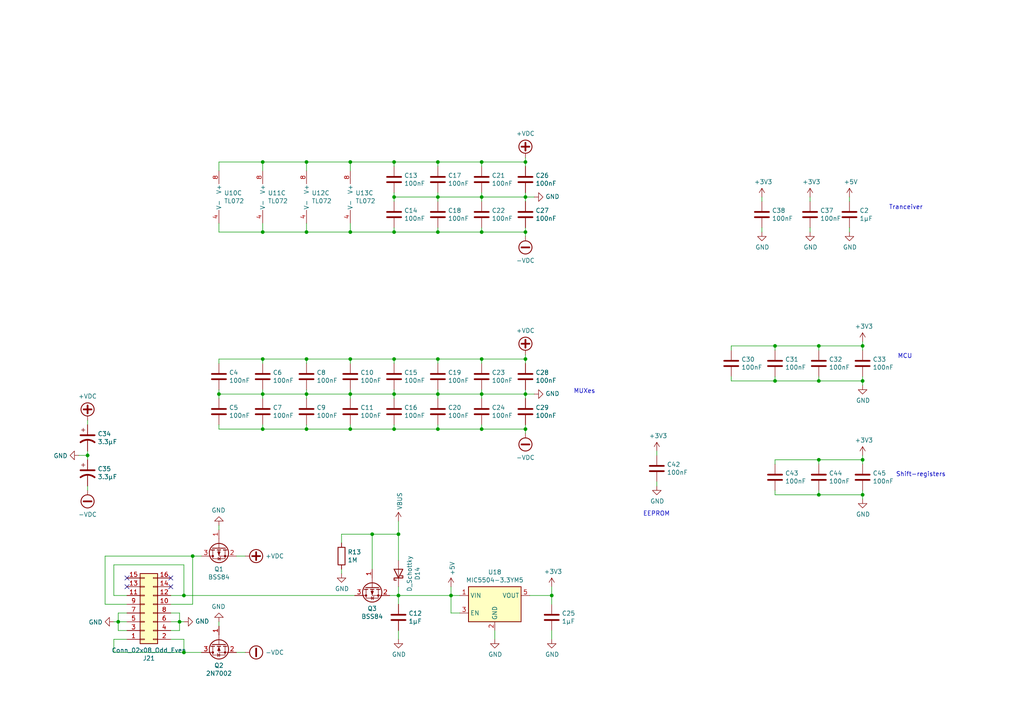
<source format=kicad_sch>
(kicad_sch (version 20230121) (generator eeschema)
  (paper "A4")
  (lib_symbols
    (symbol "Amplifier_Operational:TL072" (pin_names (offset 0.127))
      (property "Reference" "U" (at 0 5.08 0))
      (property "Value" "TL072" (at 0 -5.08 0))
      (symbol "TL072_1_1"
        (polyline (pts (xy -5.08 5.08) (xy 5.08 0) (xy -5.08 -5.08) (xy -5.08 5.08)) (stroke (width 0.254)) (fill (type background)))
        (pin output line (at 7.62 0 180) (length 2.54) (name "~") (number "1"))
        (pin input line (at -7.62 -2.54 0) (length 2.54) (name "-") (number "2"))
        (pin input line (at -7.62 2.54 0) (length 2.54) (name "+") (number "3"))
      )
      (symbol "TL072_2_1"
        (polyline (pts (xy -5.08 5.08) (xy 5.08 0) (xy -5.08 -5.08) (xy -5.08 5.08)) (stroke (width 0.254)) (fill (type background)))
        (pin input line (at -7.62 2.54 0) (length 2.54) (name "+") (number "5"))
        (pin input line (at -7.62 -2.54 0) (length 2.54) (name "-") (number "6"))
        (pin output line (at 7.62 0 180) (length 2.54) (name "~") (number "7"))
      )
      (symbol "TL072_3_1"
        (pin power_in line (at -2.54 -7.62 90) (length 3.81) (name "V-") (number "4"))
        (pin power_in line (at -2.54 7.62 270) (length 3.81) (name "V+") (number "8"))
      )
    )
    (symbol "Connector_Generic:Conn_02x08_Odd_Even" (pin_names (offset 1.016) hide)
      (property "Reference" "J" (at 1.27 10.16 0))
      (property "Value" "Conn_02x08_Odd_Even" (at 1.27 -12.7 0))
      (symbol "Conn_02x08_Odd_Even_1_1"
        (rectangle (start -1.27 -10.033) (end 0 -10.287) (stroke (width 0.1524)))
        (rectangle (start -1.27 -7.493) (end 0 -7.747) (stroke (width 0.1524)))
        (rectangle (start -1.27 -4.953) (end 0 -5.207) (stroke (width 0.1524)))
        (rectangle (start -1.27 -2.413) (end 0 -2.667) (stroke (width 0.1524)))
        (rectangle (start -1.27 0.127) (end 0 -0.127) (stroke (width 0.1524)))
        (rectangle (start -1.27 2.667) (end 0 2.413) (stroke (width 0.1524)))
        (rectangle (start -1.27 5.207) (end 0 4.953) (stroke (width 0.1524)))
        (rectangle (start -1.27 7.747) (end 0 7.493) (stroke (width 0.1524)))
        (rectangle (start -1.27 8.89) (end 3.81 -11.43) (stroke (width 0.254)) (fill (type background)))
        (rectangle (start 3.81 -10.033) (end 2.54 -10.287) (stroke (width 0.1524)))
        (rectangle (start 3.81 -7.493) (end 2.54 -7.747) (stroke (width 0.1524)))
        (rectangle (start 3.81 -4.953) (end 2.54 -5.207) (stroke (width 0.1524)))
        (rectangle (start 3.81 -2.413) (end 2.54 -2.667) (stroke (width 0.1524)))
        (rectangle (start 3.81 0.127) (end 2.54 -0.127) (stroke (width 0.1524)))
        (rectangle (start 3.81 2.667) (end 2.54 2.413) (stroke (width 0.1524)))
        (rectangle (start 3.81 5.207) (end 2.54 4.953) (stroke (width 0.1524)))
        (rectangle (start 3.81 7.747) (end 2.54 7.493) (stroke (width 0.1524)))
        (pin passive line (at -5.08 7.62 0) (length 3.81) (name "Pin_1") (number "1"))
        (pin passive line (at 7.62 -2.54 180) (length 3.81) (name "Pin_10") (number "10"))
        (pin passive line (at -5.08 -5.08 0) (length 3.81) (name "Pin_11") (number "11"))
        (pin passive line (at 7.62 -5.08 180) (length 3.81) (name "Pin_12") (number "12"))
        (pin passive line (at -5.08 -7.62 0) (length 3.81) (name "Pin_13") (number "13"))
        (pin passive line (at 7.62 -7.62 180) (length 3.81) (name "Pin_14") (number "14"))
        (pin passive line (at -5.08 -10.16 0) (length 3.81) (name "Pin_15") (number "15"))
        (pin passive line (at 7.62 -10.16 180) (length 3.81) (name "Pin_16") (number "16"))
        (pin passive line (at 7.62 7.62 180) (length 3.81) (name "Pin_2") (number "2"))
        (pin passive line (at -5.08 5.08 0) (length 3.81) (name "Pin_3") (number "3"))
        (pin passive line (at 7.62 5.08 180) (length 3.81) (name "Pin_4") (number "4"))
        (pin passive line (at -5.08 2.54 0) (length 3.81) (name "Pin_5") (number "5"))
        (pin passive line (at 7.62 2.54 180) (length 3.81) (name "Pin_6") (number "6"))
        (pin passive line (at -5.08 0 0) (length 3.81) (name "Pin_7") (number "7"))
        (pin passive line (at 7.62 0 180) (length 3.81) (name "Pin_8") (number "8"))
        (pin passive line (at -5.08 -2.54 0) (length 3.81) (name "Pin_9") (number "9"))
      )
    )
    (symbol "Device:C" (pin_numbers hide) (pin_names (offset 0.254))
      (property "Reference" "C" (at 0.635 2.54 0))
      (property "Value" "C" (at 0.635 -2.54 0))
      (symbol "C_0_1"
        (polyline (pts (xy -2.032 -0.762) (xy 2.032 -0.762)) (stroke (width 0.508)))
        (polyline (pts (xy -2.032 0.762) (xy 2.032 0.762)) (stroke (width 0.508)))
      )
      (symbol "C_1_1"
        (pin passive line (at 0 3.81 270) (length 2.794) (name "~") (number "1"))
        (pin passive line (at 0 -3.81 90) (length 2.794) (name "~") (number "2"))
      )
    )
    (symbol "Device:C_Polarized_US" (pin_numbers hide) (pin_names (offset 0.254) hide)
      (property "Reference" "C" (at 0.635 2.54 0))
      (property "Value" "C_Polarized_US" (at 0.635 -2.54 0))
      (symbol "C_Polarized_US_0_1"
        (polyline (pts (xy -2.032 0.762) (xy 2.032 0.762)) (stroke (width 0.508)))
        (polyline (pts (xy -1.778 2.286) (xy -0.762 2.286)))
        (polyline (pts (xy -1.27 1.778) (xy -1.27 2.794)))
        (arc (start 2.032 -1.27) (mid 0 -0.5572) (end -2.032 -1.27) (stroke (width 0.508)))
      )
      (symbol "C_Polarized_US_1_1"
        (pin passive line (at 0 3.81 270) (length 2.794) (name "~") (number "1"))
        (pin passive line (at 0 -3.81 90) (length 3.302) (name "~") (number "2"))
      )
    )
    (symbol "Device:D_Schottky" (pin_numbers hide) (pin_names (offset 1.016) hide)
      (property "Reference" "D" (at 0 2.54 0))
      (property "Value" "D_Schottky" (at 0 -2.54 0))
      (symbol "D_Schottky_0_1"
        (polyline (pts (xy 1.27 0) (xy -1.27 0)))
        (polyline (pts (xy 1.27 1.27) (xy 1.27 -1.27) (xy -1.27 0) (xy 1.27 1.27)) (stroke (width 0.254)))
        (polyline (pts (xy -1.905 0.635) (xy -1.905 1.27) (xy -1.27 1.27) (xy -1.27 -1.27) (xy -0.635 -1.27) (xy -0.635 -0.635)) (stroke (width 0.254)))
      )
      (symbol "D_Schottky_1_1"
        (pin passive line (at -3.81 0 0) (length 2.54) (name "K") (number "1"))
        (pin passive line (at 3.81 0 180) (length 2.54) (name "A") (number "2"))
      )
    )
    (symbol "Device:R" (pin_numbers hide) (pin_names (offset 0))
      (property "Reference" "R" (at 2.032 0 90))
      (property "Value" "R" (at 0 0 90))
      (symbol "R_0_1"
        (rectangle (start -1.016 -2.54) (end 1.016 2.54) (stroke (width 0.254)))
      )
      (symbol "R_1_1"
        (pin passive line (at 0 3.81 270) (length 1.27) (name "~") (number "1"))
        (pin passive line (at 0 -3.81 90) (length 1.27) (name "~") (number "2"))
      )
    )
    (symbol "Regulator_Linear:MIC5504-3.3YM5"
      (property "Reference" "U" (at -7.62 8.89 0))
      (property "Value" "MIC5504-3.3YM5" (at -7.62 6.35 0))
      (symbol "MIC5504-3.3YM5_0_1"
        (rectangle (start -7.62 -5.08) (end 7.62 5.08) (stroke (width 0.254)) (fill (type background)))
      )
      (symbol "MIC5504-3.3YM5_1_1"
        (pin power_in line (at -10.16 2.54 0) (length 2.54) (name "VIN") (number "1"))
        (pin power_in line (at 0 -7.62 90) (length 2.54) (name "GND") (number "2"))
        (pin input line (at -10.16 -2.54 0) (length 2.54) (name "EN") (number "3"))
        (pin no_connect line (at 7.62 -2.54 180) (length 2.54) hide (name "NC") (number "4"))
        (pin power_out line (at 10.16 2.54 180) (length 2.54) (name "VOUT") (number "5"))
      )
    )
    (symbol "Transistor_FET:2N7002" (pin_names hide)
      (property "Reference" "Q" (at 5.08 1.905 0))
      (property "Value" "2N7002" (at 5.08 0 0))
      (symbol "2N7002_0_1"
        (polyline (pts (xy 0.254 0) (xy -2.54 0)))
        (polyline (pts (xy 0.254 1.905) (xy 0.254 -1.905)) (stroke (width 0.254)))
        (polyline (pts (xy 0.762 -1.27) (xy 0.762 -2.286)) (stroke (width 0.254)))
        (polyline (pts (xy 0.762 0.508) (xy 0.762 -0.508)) (stroke (width 0.254)))
        (polyline (pts (xy 0.762 2.286) (xy 0.762 1.27)) (stroke (width 0.254)))
        (polyline (pts (xy 2.54 2.54) (xy 2.54 1.778)))
        (polyline (pts (xy 2.54 -2.54) (xy 2.54 0) (xy 0.762 0)))
        (polyline (pts (xy 0.762 -1.778) (xy 3.302 -1.778) (xy 3.302 1.778) (xy 0.762 1.778)))
        (polyline (pts (xy 1.016 0) (xy 2.032 0.381) (xy 2.032 -0.381) (xy 1.016 0)) (fill (type outline)))
        (polyline (pts (xy 2.794 0.508) (xy 2.921 0.381) (xy 3.683 0.381) (xy 3.81 0.254)))
        (polyline (pts (xy 3.302 0.381) (xy 2.921 -0.254) (xy 3.683 -0.254) (xy 3.302 0.381)))
        (circle (center 1.651 0) (radius 2.794) (stroke (width 0.254)))
        (circle (center 2.54 -1.778) (radius 0.254) (fill (type outline)))
        (circle (center 2.54 1.778) (radius 0.254) (fill (type outline)))
      )
      (symbol "2N7002_1_1"
        (pin input line (at -5.08 0 0) (length 2.54) (name "G") (number "1"))
        (pin passive line (at 2.54 -5.08 90) (length 2.54) (name "S") (number "2"))
        (pin passive line (at 2.54 5.08 270) (length 2.54) (name "D") (number "3"))
      )
    )
    (symbol "Transistor_FET:BSS84" (pin_names hide)
      (property "Reference" "Q" (at 5.08 1.905 0))
      (property "Value" "BSS84" (at 5.08 0 0))
      (symbol "BSS84_0_1"
        (polyline (pts (xy 0.254 0) (xy -2.54 0)))
        (polyline (pts (xy 0.254 1.905) (xy 0.254 -1.905)) (stroke (width 0.254)))
        (polyline (pts (xy 0.762 -1.27) (xy 0.762 -2.286)) (stroke (width 0.254)))
        (polyline (pts (xy 0.762 0.508) (xy 0.762 -0.508)) (stroke (width 0.254)))
        (polyline (pts (xy 0.762 2.286) (xy 0.762 1.27)) (stroke (width 0.254)))
        (polyline (pts (xy 2.54 2.54) (xy 2.54 1.778)))
        (polyline (pts (xy 2.54 -2.54) (xy 2.54 0) (xy 0.762 0)))
        (polyline (pts (xy 0.762 1.778) (xy 3.302 1.778) (xy 3.302 -1.778) (xy 0.762 -1.778)))
        (polyline (pts (xy 2.286 0) (xy 1.27 0.381) (xy 1.27 -0.381) (xy 2.286 0)) (fill (type outline)))
        (polyline (pts (xy 2.794 -0.508) (xy 2.921 -0.381) (xy 3.683 -0.381) (xy 3.81 -0.254)))
        (polyline (pts (xy 3.302 -0.381) (xy 2.921 0.254) (xy 3.683 0.254) (xy 3.302 -0.381)))
        (circle (center 1.651 0) (radius 2.794) (stroke (width 0.254)))
        (circle (center 2.54 -1.778) (radius 0.254) (fill (type outline)))
        (circle (center 2.54 1.778) (radius 0.254) (fill (type outline)))
      )
      (symbol "BSS84_1_1"
        (pin input line (at -5.08 0 0) (length 2.54) (name "G") (number "1"))
        (pin passive line (at 2.54 -5.08 90) (length 2.54) (name "S") (number "2"))
        (pin passive line (at 2.54 5.08 270) (length 2.54) (name "D") (number "3"))
      )
    )
    (symbol "power:+3V3" (power) (pin_names (offset 0))
      (property "Value" "+3V3" (at 0 3.556 0))
      (symbol "+3V3_0_1"
        (polyline (pts (xy -0.762 1.27) (xy 0 2.54)))
        (polyline (pts (xy 0 0) (xy 0 2.54)))
        (polyline (pts (xy 0 2.54) (xy 0.762 1.27)))
      )
      (symbol "+3V3_1_1"
        (pin power_in line (at 0 0 90) (length 0) hide (name "+3V3") (number "1"))
      )
    )
    (symbol "power:+5V" (power) (pin_names (offset 0))
      (property "Value" "+5V" (at 0 3.556 0))
      (symbol "+5V_0_1"
        (polyline (pts (xy -0.762 1.27) (xy 0 2.54)))
        (polyline (pts (xy 0 0) (xy 0 2.54)))
        (polyline (pts (xy 0 2.54) (xy 0.762 1.27)))
      )
      (symbol "+5V_1_1"
        (pin power_in line (at 0 0 90) (length 0) hide (name "+5V") (number "1"))
      )
    )
    (symbol "power:+VDC" (power) (pin_names (offset 0))
      (property "Value" "+VDC" (at 0 6.35 0))
      (symbol "+VDC_0_1"
        (polyline (pts (xy -1.143 3.175) (xy 1.143 3.175)) (stroke (width 0.508)))
        (polyline (pts (xy 0 0) (xy 0 1.27)))
        (polyline (pts (xy 0 2.032) (xy 0 4.318)) (stroke (width 0.508)))
        (circle (center 0 3.175) (radius 1.905) (stroke (width 0.254)))
      )
      (symbol "+VDC_1_1"
        (pin power_in line (at 0 0 90) (length 0) hide (name "+VDC") (number "1"))
      )
    )
    (symbol "power:-VDC" (power) (pin_names (offset 0))
      (property "Value" "-VDC" (at 0 6.35 0))
      (symbol "-VDC_0_1"
        (polyline (pts (xy -1.143 3.175) (xy 1.143 3.175)) (stroke (width 0.508)))
        (polyline (pts (xy 0 0) (xy 0 1.27)))
        (circle (center 0 3.175) (radius 1.905) (stroke (width 0.254)))
      )
      (symbol "-VDC_1_1"
        (pin power_in line (at 0 0 90) (length 0) hide (name "-VDC") (number "1"))
      )
    )
    (symbol "power:GND" (power) (pin_names (offset 0))
      (property "Value" "GND" (at 0 -3.81 0))
      (symbol "GND_0_1"
        (polyline (pts (xy 0 0) (xy 0 -1.27) (xy 1.27 -1.27) (xy 0 -2.54) (xy -1.27 -1.27) (xy 0 -1.27)))
      )
      (symbol "GND_1_1"
        (pin power_in line (at 0 0 270) (length 0) hide (name "GND") (number "1"))
      )
    )
    (symbol "power:VBUS" (power) (pin_names (offset 0))
      (property "Value" "VBUS" (at 0 3.81 0))
      (symbol "VBUS_0_1"
        (polyline (pts (xy -0.762 1.27) (xy 0 2.54)))
        (polyline (pts (xy 0 0) (xy 0 2.54)))
        (polyline (pts (xy 0 2.54) (xy 0.762 1.27)))
      )
      (symbol "VBUS_1_1"
        (pin power_in line (at 0 0 90) (length 0) hide (name "VBUS") (number "1"))
      )
    )
  )
  (junction (at 237.49 110.49))
  (junction (at 101.6 104.14))
  (junction (at 115.57 154.94))
  (junction (at 127 124.46))
  (junction (at 63.5 114.3))
  (junction (at 101.6 46.99))
  (junction (at 237.49 100.33))
  (junction (at 127 57.15))
  (junction (at 53.34 172.72))
  (junction (at 127 114.3))
  (junction (at 55.88 161.29))
  (junction (at 139.7 104.14))
  (junction (at 114.3 46.99))
  (junction (at 152.4 57.15))
  (junction (at 224.79 110.49))
  (junction (at 152.4 104.14))
  (junction (at 34.29 180.34))
  (junction (at 139.7 114.3))
  (junction (at 160.02 172.72))
  (junction (at 107.95 154.94))
  (junction (at 88.9 104.14))
  (junction (at 101.6 124.46))
  (junction (at 152.4 124.46))
  (junction (at 76.2 46.99))
  (junction (at 250.19 110.49))
  (junction (at 127 104.14))
  (junction (at 152.4 114.3))
  (junction (at 88.9 124.46))
  (junction (at 115.57 172.72))
  (junction (at 114.3 57.15))
  (junction (at 139.7 124.46))
  (junction (at 114.3 124.46))
  (junction (at 101.6 114.3))
  (junction (at 127 46.99))
  (junction (at 237.49 143.51))
  (junction (at 114.3 67.31))
  (junction (at 101.6 67.31))
  (junction (at 237.49 133.35))
  (junction (at 139.7 46.99))
  (junction (at 250.19 133.35))
  (junction (at 250.19 100.33))
  (junction (at 76.2 67.31))
  (junction (at 114.3 114.3))
  (junction (at 88.9 67.31))
  (junction (at 114.3 104.14))
  (junction (at 53.34 189.23))
  (junction (at 250.19 143.51))
  (junction (at 52.07 180.34))
  (junction (at 152.4 46.99))
  (junction (at 130.81 172.72))
  (junction (at 76.2 104.14))
  (junction (at 76.2 114.3))
  (junction (at 127 67.31))
  (junction (at 139.7 67.31))
  (junction (at 88.9 114.3))
  (junction (at 224.79 100.33))
  (junction (at 88.9 46.99))
  (junction (at 25.4 132.08))
  (junction (at 139.7 57.15))
  (junction (at 152.4 67.31))
  (junction (at 76.2 124.46))
  (no_connect (at 49.53 167.64))
  (no_connect (at 49.53 170.18))
  (no_connect (at 36.83 170.18))
  (no_connect (at 36.83 167.64))
  (wire (pts (xy 152.4 124.46) (xy 152.4 123.19)))
  (wire (pts (xy 63.5 123.19) (xy 63.5 124.46)))
  (wire (pts (xy 33.02 185.42) (xy 36.83 185.42)))
  (wire (pts (xy 88.9 114.3) (xy 101.6 114.3)))
  (wire (pts (xy 127 115.57) (xy 127 114.3)))
  (wire (pts (xy 127 123.19) (xy 127 124.46)))
  (wire (pts (xy 114.3 115.57) (xy 114.3 114.3)))
  (wire (pts (xy 190.5 140.97) (xy 190.5 139.7)))
  (wire (pts (xy 101.6 124.46) (xy 101.6 123.19)))
  (wire (pts (xy 99.06 165.1) (xy 99.06 166.37)))
  (wire (pts (xy 114.3 123.19) (xy 114.3 124.46)))
  (wire (pts (xy 139.7 46.99) (xy 139.7 48.26)))
  (wire (pts (xy 212.09 100.33) (xy 212.09 101.6)))
  (wire (pts (xy 114.3 57.15) (xy 114.3 55.88)))
  (wire (pts (xy 114.3 67.31) (xy 101.6 67.31)))
  (wire (pts (xy 88.9 46.99) (xy 88.9 49.53)))
  (wire (pts (xy 152.4 114.3) (xy 154.94 114.3)))
  (wire (pts (xy 127 113.03) (xy 127 114.3)))
  (wire (pts (xy 114.3 46.99) (xy 114.3 48.26)))
  (wire (pts (xy 237.49 143.51) (xy 224.79 143.51)))
  (wire (pts (xy 139.7 66.04) (xy 139.7 67.31)))
  (wire (pts (xy 152.4 68.58) (xy 152.4 67.31)))
  (wire (pts (xy 63.5 114.3) (xy 76.2 114.3)))
  (wire (pts (xy 250.19 143.51) (xy 237.49 143.51)))
  (wire (pts (xy 88.9 113.03) (xy 88.9 114.3)))
  (wire (pts (xy 115.57 170.18) (xy 115.57 172.72)))
  (wire (pts (xy 53.34 189.23) (xy 58.42 189.23)))
  (wire (pts (xy 139.7 55.88) (xy 139.7 57.15)))
  (wire (pts (xy 152.4 58.42) (xy 152.4 57.15)))
  (wire (pts (xy 76.2 113.03) (xy 76.2 114.3)))
  (wire (pts (xy 52.07 177.8) (xy 49.53 177.8)))
  (wire (pts (xy 101.6 49.53) (xy 101.6 46.99)))
  (wire (pts (xy 237.49 110.49) (xy 224.79 110.49)))
  (wire (pts (xy 250.19 133.35) (xy 250.19 132.08)))
  (wire (pts (xy 143.51 185.42) (xy 143.51 182.88)))
  (wire (pts (xy 220.98 67.31) (xy 220.98 66.04)))
  (wire (pts (xy 101.6 46.99) (xy 88.9 46.99)))
  (wire (pts (xy 101.6 115.57) (xy 101.6 114.3)))
  (wire (pts (xy 246.38 66.04) (xy 246.38 67.31)))
  (wire (pts (xy 76.2 64.77) (xy 76.2 67.31)))
  (wire (pts (xy 52.07 177.8) (xy 52.07 180.34)))
  (wire (pts (xy 234.95 67.31) (xy 234.95 66.04)))
  (wire (pts (xy 107.95 154.94) (xy 99.06 154.94)))
  (wire (pts (xy 63.5 104.14) (xy 63.5 105.41)))
  (wire (pts (xy 30.48 161.29) (xy 55.88 161.29)))
  (wire (pts (xy 224.79 100.33) (xy 212.09 100.33)))
  (wire (pts (xy 114.3 124.46) (xy 101.6 124.46)))
  (wire (pts (xy 250.19 142.24) (xy 250.19 143.51)))
  (wire (pts (xy 160.02 172.72) (xy 153.67 172.72)))
  (wire (pts (xy 127 67.31) (xy 114.3 67.31)))
  (wire (pts (xy 33.02 185.42) (xy 33.02 189.23)))
  (wire (pts (xy 152.4 57.15) (xy 152.4 55.88)))
  (wire (pts (xy 101.6 114.3) (xy 114.3 114.3)))
  (wire (pts (xy 101.6 114.3) (xy 101.6 113.03)))
  (wire (pts (xy 237.49 133.35) (xy 237.49 134.62)))
  (wire (pts (xy 88.9 114.3) (xy 88.9 115.57)))
  (wire (pts (xy 114.3 104.14) (xy 101.6 104.14)))
  (wire (pts (xy 139.7 124.46) (xy 127 124.46)))
  (wire (pts (xy 115.57 172.72) (xy 115.57 175.26)))
  (wire (pts (xy 139.7 123.19) (xy 139.7 124.46)))
  (wire (pts (xy 52.07 182.88) (xy 52.07 180.34)))
  (wire (pts (xy 71.12 189.23) (xy 68.58 189.23)))
  (wire (pts (xy 139.7 67.31) (xy 127 67.31)))
  (wire (pts (xy 25.4 123.19) (xy 25.4 121.92)))
  (wire (pts (xy 130.81 172.72) (xy 133.35 172.72)))
  (wire (pts (xy 63.5 152.4) (xy 63.5 153.67)))
  (wire (pts (xy 34.29 182.88) (xy 34.29 180.34)))
  (wire (pts (xy 68.58 161.29) (xy 71.12 161.29)))
  (wire (pts (xy 127 114.3) (xy 139.7 114.3)))
  (wire (pts (xy 130.81 177.8) (xy 133.35 177.8)))
  (wire (pts (xy 99.06 154.94) (xy 99.06 157.48)))
  (wire (pts (xy 152.4 45.72) (xy 152.4 46.99)))
  (wire (pts (xy 237.49 133.35) (xy 224.79 133.35)))
  (wire (pts (xy 53.34 189.23) (xy 33.02 189.23)))
  (wire (pts (xy 237.49 100.33) (xy 224.79 100.33)))
  (wire (pts (xy 30.48 175.26) (xy 30.48 161.29)))
  (wire (pts (xy 76.2 114.3) (xy 88.9 114.3)))
  (wire (pts (xy 250.19 101.6) (xy 250.19 100.33)))
  (wire (pts (xy 63.5 46.99) (xy 63.5 49.53)))
  (wire (pts (xy 152.4 125.73) (xy 152.4 124.46)))
  (wire (pts (xy 139.7 57.15) (xy 152.4 57.15)))
  (wire (pts (xy 107.95 165.1) (xy 107.95 154.94)))
  (wire (pts (xy 160.02 175.26) (xy 160.02 172.72)))
  (wire (pts (xy 22.86 132.08) (xy 25.4 132.08)))
  (wire (pts (xy 139.7 113.03) (xy 139.7 114.3)))
  (wire (pts (xy 63.5 181.61) (xy 63.5 180.34)))
  (wire (pts (xy 139.7 114.3) (xy 152.4 114.3)))
  (wire (pts (xy 76.2 46.99) (xy 76.2 49.53)))
  (wire (pts (xy 212.09 110.49) (xy 212.09 109.22)))
  (wire (pts (xy 53.34 172.72) (xy 102.87 172.72)))
  (wire (pts (xy 224.79 133.35) (xy 224.79 134.62)))
  (wire (pts (xy 76.2 105.41) (xy 76.2 104.14)))
  (wire (pts (xy 127 124.46) (xy 114.3 124.46)))
  (wire (pts (xy 130.81 172.72) (xy 130.81 177.8)))
  (wire (pts (xy 127 105.41) (xy 127 104.14)))
  (wire (pts (xy 101.6 67.31) (xy 88.9 67.31)))
  (wire (pts (xy 250.19 110.49) (xy 237.49 110.49)))
  (wire (pts (xy 76.2 124.46) (xy 63.5 124.46)))
  (wire (pts (xy 101.6 124.46) (xy 88.9 124.46)))
  (wire (pts (xy 139.7 57.15) (xy 139.7 58.42)))
  (wire (pts (xy 88.9 104.14) (xy 88.9 105.41)))
  (wire (pts (xy 34.29 177.8) (xy 34.29 180.34)))
  (wire (pts (xy 49.53 175.26) (xy 55.88 175.26)))
  (wire (pts (xy 33.02 172.72) (xy 33.02 163.83)))
  (wire (pts (xy 152.4 104.14) (xy 139.7 104.14)))
  (wire (pts (xy 237.49 110.49) (xy 237.49 109.22)))
  (wire (pts (xy 33.02 180.34) (xy 34.29 180.34)))
  (wire (pts (xy 114.3 46.99) (xy 101.6 46.99)))
  (wire (pts (xy 114.3 114.3) (xy 114.3 113.03)))
  (wire (pts (xy 114.3 114.3) (xy 127 114.3)))
  (wire (pts (xy 224.79 110.49) (xy 212.09 110.49)))
  (wire (pts (xy 88.9 67.31) (xy 76.2 67.31)))
  (wire (pts (xy 127 46.99) (xy 114.3 46.99)))
  (wire (pts (xy 76.2 46.99) (xy 63.5 46.99)))
  (wire (pts (xy 49.53 182.88) (xy 52.07 182.88)))
  (wire (pts (xy 115.57 185.42) (xy 115.57 182.88)))
  (wire (pts (xy 30.48 175.26) (xy 36.83 175.26)))
  (wire (pts (xy 115.57 172.72) (xy 130.81 172.72)))
  (wire (pts (xy 160.02 170.18) (xy 160.02 172.72)))
  (wire (pts (xy 160.02 185.42) (xy 160.02 182.88)))
  (wire (pts (xy 36.83 172.72) (xy 33.02 172.72)))
  (wire (pts (xy 237.49 143.51) (xy 237.49 142.24)))
  (wire (pts (xy 88.9 46.99) (xy 76.2 46.99)))
  (wire (pts (xy 33.02 163.83) (xy 53.34 163.83)))
  (wire (pts (xy 139.7 114.3) (xy 139.7 115.57)))
  (wire (pts (xy 250.19 133.35) (xy 237.49 133.35)))
  (wire (pts (xy 55.88 161.29) (xy 55.88 175.26)))
  (wire (pts (xy 107.95 154.94) (xy 115.57 154.94)))
  (wire (pts (xy 127 66.04) (xy 127 67.31)))
  (wire (pts (xy 76.2 115.57) (xy 76.2 114.3)))
  (wire (pts (xy 224.79 100.33) (xy 224.79 101.6)))
  (wire (pts (xy 190.5 132.08) (xy 190.5 130.81)))
  (wire (pts (xy 76.2 104.14) (xy 63.5 104.14)))
  (wire (pts (xy 250.19 134.62) (xy 250.19 133.35)))
  (wire (pts (xy 220.98 58.42) (xy 220.98 57.15)))
  (wire (pts (xy 127 57.15) (xy 139.7 57.15)))
  (wire (pts (xy 246.38 57.15) (xy 246.38 58.42)))
  (wire (pts (xy 88.9 64.77) (xy 88.9 67.31)))
  (wire (pts (xy 53.34 185.42) (xy 53.34 189.23)))
  (wire (pts (xy 114.3 57.15) (xy 127 57.15)))
  (wire (pts (xy 127 48.26) (xy 127 46.99)))
  (wire (pts (xy 88.9 123.19) (xy 88.9 124.46)))
  (wire (pts (xy 49.53 185.42) (xy 53.34 185.42)))
  (wire (pts (xy 101.6 104.14) (xy 101.6 105.41)))
  (wire (pts (xy 63.5 115.57) (xy 63.5 114.3)))
  (wire (pts (xy 55.88 161.29) (xy 58.42 161.29)))
  (wire (pts (xy 101.6 64.77) (xy 101.6 67.31)))
  (wire (pts (xy 250.19 100.33) (xy 250.19 99.06)))
  (wire (pts (xy 88.9 124.46) (xy 76.2 124.46)))
  (wire (pts (xy 115.57 172.72) (xy 113.03 172.72)))
  (wire (pts (xy 114.3 58.42) (xy 114.3 57.15)))
  (wire (pts (xy 49.53 172.72) (xy 53.34 172.72)))
  (wire (pts (xy 127 104.14) (xy 114.3 104.14)))
  (wire (pts (xy 114.3 66.04) (xy 114.3 67.31)))
  (wire (pts (xy 127 55.88) (xy 127 57.15)))
  (wire (pts (xy 152.4 67.31) (xy 139.7 67.31)))
  (wire (pts (xy 25.4 132.08) (xy 25.4 130.81)))
  (wire (pts (xy 115.57 151.13) (xy 115.57 154.94)))
  (wire (pts (xy 250.19 100.33) (xy 237.49 100.33)))
  (wire (pts (xy 114.3 104.14) (xy 114.3 105.41)))
  (wire (pts (xy 234.95 58.42) (xy 234.95 57.15)))
  (wire (pts (xy 152.4 114.3) (xy 152.4 113.03)))
  (wire (pts (xy 152.4 104.14) (xy 152.4 105.41)))
  (wire (pts (xy 101.6 104.14) (xy 88.9 104.14)))
  (wire (pts (xy 250.19 143.51) (xy 250.19 144.78)))
  (wire (pts (xy 63.5 114.3) (xy 63.5 113.03)))
  (wire (pts (xy 224.79 143.51) (xy 224.79 142.24)))
  (wire (pts (xy 152.4 102.87) (xy 152.4 104.14)))
  (wire (pts (xy 115.57 154.94) (xy 115.57 162.56)))
  (wire (pts (xy 250.19 110.49) (xy 250.19 111.76)))
  (wire (pts (xy 139.7 104.14) (xy 139.7 105.41)))
  (wire (pts (xy 36.83 182.88) (xy 34.29 182.88)))
  (wire (pts (xy 237.49 100.33) (xy 237.49 101.6)))
  (wire (pts (xy 224.79 110.49) (xy 224.79 109.22)))
  (wire (pts (xy 152.4 57.15) (xy 154.94 57.15)))
  (wire (pts (xy 139.7 46.99) (xy 127 46.99)))
  (wire (pts (xy 34.29 180.34) (xy 36.83 180.34)))
  (wire (pts (xy 152.4 67.31) (xy 152.4 66.04)))
  (wire (pts (xy 152.4 46.99) (xy 139.7 46.99)))
  (wire (pts (xy 88.9 104.14) (xy 76.2 104.14)))
  (wire (pts (xy 152.4 46.99) (xy 152.4 48.26)))
  (wire (pts (xy 53.34 163.83) (xy 53.34 172.72)))
  (wire (pts (xy 250.19 109.22) (xy 250.19 110.49)))
  (wire (pts (xy 139.7 104.14) (xy 127 104.14)))
  (wire (pts (xy 130.81 170.18) (xy 130.81 172.72)))
  (wire (pts (xy 127 58.42) (xy 127 57.15)))
  (wire (pts (xy 53.34 180.34) (xy 52.07 180.34)))
  (wire (pts (xy 152.4 124.46) (xy 139.7 124.46)))
  (wire (pts (xy 152.4 115.57) (xy 152.4 114.3)))
  (wire (pts (xy 76.2 67.31) (xy 63.5 67.31)))
  (wire (pts (xy 63.5 67.31) (xy 63.5 64.77)))
  (wire (pts (xy 25.4 132.08) (xy 25.4 133.35)))
  (wire (pts (xy 76.2 123.19) (xy 76.2 124.46)))
  (wire (pts (xy 36.83 177.8) (xy 34.29 177.8)))
  (wire (pts (xy 25.4 140.97) (xy 25.4 142.24)))
  (wire (pts (xy 52.07 180.34) (xy 49.53 180.34)))
  (text "MUXes" (at 166.37 114.3 0) (effects (font (size 1.27 1.27)) (justify left bottom)))
  (text "Tranceiver" (at 257.81 60.96 0) (effects (font (size 1.27 1.27)) (justify left bottom)))
  (text "EEPROM" (at 194.31 149.86 0) (effects (font (size 1.27 1.27)) (justify right bottom)))
  (text "Shift-registers" (at 274.32 138.43 0) (effects (font (size 1.27 1.27)) (justify right bottom)))
  (text "MCU" (at 260.35 104.14 0) (effects (font (size 1.27 1.27)) (justify left bottom)))
  (symbol (lib_id "Amplifier_Operational:TL072") (at 66.04 57.15 0) (unit 3)
    (property "Reference" "U10" (at 64.9732 55.9816 0) (effects (justify left)))
    (property "Value" "TL072" (at 64.9732 58.293 0) (effects (justify left)))
    (property "Footprint" "Package_SO:SO-8_3.9x4.9mm_P1.27mm" (effects hide))
    (property "Datasheet" "http://www.ti.com/lit/ds/symlink/tl071.pdf" (effects hide))
  )
  (symbol (lib_id "Amplifier_Operational:TL072") (at 78.74 57.15 0) (unit 3)
    (property "Reference" "U11" (at 77.6732 55.9816 0) (effects (justify left)))
    (property "Value" "TL072" (at 77.6732 58.293 0) (effects (justify left)))
    (property "Footprint" "Package_SO:SO-8_3.9x4.9mm_P1.27mm" (effects hide))
    (property "Datasheet" "http://www.ti.com/lit/ds/symlink/tl071.pdf" (effects hide))
  )
  (symbol (lib_id "Amplifier_Operational:TL072") (at 91.44 57.15 0) (unit 3)
    (property "Reference" "U12" (at 90.3732 55.9816 0) (effects (justify left)))
    (property "Value" "TL072" (at 90.3732 58.293 0) (effects (justify left)))
    (property "Footprint" "Package_SO:SO-8_3.9x4.9mm_P1.27mm" (effects hide))
    (property "Datasheet" "http://www.ti.com/lit/ds/symlink/tl071.pdf" (effects hide))
  )
  (symbol (lib_id "Amplifier_Operational:TL072") (at 104.14 57.15 0) (unit 3)
    (property "Reference" "U13" (at 103.0732 55.9816 0) (effects (justify left)))
    (property "Value" "TL072" (at 103.0732 58.293 0) (effects (justify left)))
    (property "Footprint" "Package_SO:SO-8_3.9x4.9mm_P1.27mm" (effects hide))
    (property "Datasheet" "http://www.ti.com/lit/ds/symlink/tl071.pdf" (effects hide))
  )
  (symbol (lib_id "Device:C") (at 114.3 52.07 0) (unit 1)
    (property "Reference" "C13" (at 117.221 50.9016 0) (effects (justify left)))
    (property "Value" "100nF" (at 117.221 53.213 0) (effects (justify left)))
    (property "Footprint" "Capacitor_SMD:C_0603_1608Metric" (effects hide))
  )
  (symbol (lib_id "Device:C") (at 114.3 62.23 0) (unit 1)
    (property "Reference" "C14" (at 117.221 61.0616 0) (effects (justify left)))
    (property "Value" "100nF" (at 117.221 63.373 0) (effects (justify left)))
    (property "Footprint" "Capacitor_SMD:C_0603_1608Metric" (effects hide))
  )
  (symbol (lib_id "Device:C") (at 127 52.07 0) (unit 1)
    (property "Reference" "C17" (at 129.921 50.9016 0) (effects (justify left)))
    (property "Value" "100nF" (at 129.921 53.213 0) (effects (justify left)))
    (property "Footprint" "Capacitor_SMD:C_0603_1608Metric" (effects hide))
  )
  (symbol (lib_id "Device:C") (at 127 62.23 0) (unit 1)
    (property "Reference" "C18" (at 129.921 61.0616 0) (effects (justify left)))
    (property "Value" "100nF" (at 129.921 63.373 0) (effects (justify left)))
    (property "Footprint" "Capacitor_SMD:C_0603_1608Metric" (effects hide))
  )
  (symbol (lib_id "Device:C") (at 139.7 62.23 0) (unit 1)
    (property "Reference" "C22" (at 142.621 61.0616 0) (effects (justify left)))
    (property "Value" "100nF" (at 142.621 63.373 0) (effects (justify left)))
    (property "Footprint" "Capacitor_SMD:C_0603_1608Metric" (effects hide))
  )
  (symbol (lib_id "Device:C") (at 139.7 52.07 0) (unit 1)
    (property "Reference" "C21" (at 142.621 50.9016 0) (effects (justify left)))
    (property "Value" "100nF" (at 142.621 53.213 0) (effects (justify left)))
    (property "Footprint" "Capacitor_SMD:C_0603_1608Metric" (effects hide))
  )
  (symbol (lib_id "Device:C") (at 152.4 52.07 0) (unit 1)
    (property "Reference" "C26" (at 155.321 50.9016 0) (effects (justify left)))
    (property "Value" "100nF" (at 155.321 53.213 0) (effects (justify left)))
    (property "Footprint" "Capacitor_SMD:C_0603_1608Metric" (effects hide))
  )
  (symbol (lib_id "Device:C") (at 152.4 62.23 0) (unit 1)
    (property "Reference" "C27" (at 155.321 61.0616 0) (effects (justify left)))
    (property "Value" "100nF" (at 155.321 63.373 0) (effects (justify left)))
    (property "Footprint" "Capacitor_SMD:C_0603_1608Metric" (effects hide))
  )
  (symbol (lib_id "power:GND") (at 154.94 57.15 90) (unit 1)
    (property "Reference" "#PWR0168" (effects hide))
    (property "Value" "GND" (at 158.1912 57.023 90) (effects (justify right)))
  )
  (symbol (lib_id "power:+VDC") (at 152.4 45.72 0) (unit 1)
    (property "Reference" "#PWR0169" (effects hide))
    (property "Value" "+VDC" (at 152.4 38.735 0))
  )
  (symbol (lib_id "power:-VDC") (at 152.4 68.58 180) (unit 1)
    (property "Reference" "#PWR0170" (effects hide))
    (property "Value" "-VDC" (at 152.4 75.565 0))
  )
  (symbol (lib_id "Device:C") (at 114.3 109.22 0) (unit 1)
    (property "Reference" "C15" (at 117.221 108.0516 0) (effects (justify left)))
    (property "Value" "100nF" (at 117.221 110.363 0) (effects (justify left)))
    (property "Footprint" "Capacitor_SMD:C_0603_1608Metric" (effects hide))
  )
  (symbol (lib_id "Device:C") (at 114.3 119.38 0) (unit 1)
    (property "Reference" "C16" (at 117.221 118.2116 0) (effects (justify left)))
    (property "Value" "100nF" (at 117.221 120.523 0) (effects (justify left)))
    (property "Footprint" "Capacitor_SMD:C_0603_1608Metric" (effects hide))
  )
  (symbol (lib_id "Device:C") (at 127 109.22 0) (unit 1)
    (property "Reference" "C19" (at 129.921 108.0516 0) (effects (justify left)))
    (property "Value" "100nF" (at 129.921 110.363 0) (effects (justify left)))
    (property "Footprint" "Capacitor_SMD:C_0603_1608Metric" (effects hide))
  )
  (symbol (lib_id "Device:C") (at 127 119.38 0) (unit 1)
    (property "Reference" "C20" (at 129.921 118.2116 0) (effects (justify left)))
    (property "Value" "100nF" (at 129.921 120.523 0) (effects (justify left)))
    (property "Footprint" "Capacitor_SMD:C_0603_1608Metric" (effects hide))
  )
  (symbol (lib_id "Device:C") (at 139.7 119.38 0) (unit 1)
    (property "Reference" "C24" (at 142.621 118.2116 0) (effects (justify left)))
    (property "Value" "100nF" (at 142.621 120.523 0) (effects (justify left)))
    (property "Footprint" "Capacitor_SMD:C_0603_1608Metric" (effects hide))
  )
  (symbol (lib_id "Device:C") (at 139.7 109.22 0) (unit 1)
    (property "Reference" "C23" (at 142.621 108.0516 0) (effects (justify left)))
    (property "Value" "100nF" (at 142.621 110.363 0) (effects (justify left)))
    (property "Footprint" "Capacitor_SMD:C_0603_1608Metric" (effects hide))
  )
  (symbol (lib_id "Device:C") (at 152.4 109.22 0) (unit 1)
    (property "Reference" "C28" (at 155.321 108.0516 0) (effects (justify left)))
    (property "Value" "100nF" (at 155.321 110.363 0) (effects (justify left)))
    (property "Footprint" "Capacitor_SMD:C_0603_1608Metric" (effects hide))
  )
  (symbol (lib_id "Device:C") (at 152.4 119.38 0) (unit 1)
    (property "Reference" "C29" (at 155.321 118.2116 0) (effects (justify left)))
    (property "Value" "100nF" (at 155.321 120.523 0) (effects (justify left)))
    (property "Footprint" "Capacitor_SMD:C_0603_1608Metric" (effects hide))
  )
  (symbol (lib_id "power:GND") (at 154.94 114.3 90) (unit 1)
    (property "Reference" "#PWR0171" (effects hide))
    (property "Value" "GND" (at 158.1912 114.173 90) (effects (justify right)))
  )
  (symbol (lib_id "power:+VDC") (at 152.4 102.87 0) (unit 1)
    (property "Reference" "#PWR0172" (effects hide))
    (property "Value" "+VDC" (at 152.4 95.885 0))
  )
  (symbol (lib_id "power:-VDC") (at 152.4 125.73 180) (unit 1)
    (property "Reference" "#PWR0173" (effects hide))
    (property "Value" "-VDC" (at 152.4 132.715 0))
  )
  (symbol (lib_id "Device:C") (at 63.5 109.22 0) (unit 1)
    (property "Reference" "C4" (at 66.421 108.0516 0) (effects (justify left)))
    (property "Value" "100nF" (at 66.421 110.363 0) (effects (justify left)))
    (property "Footprint" "Capacitor_SMD:C_0603_1608Metric" (effects hide))
  )
  (symbol (lib_id "Device:C") (at 63.5 119.38 0) (unit 1)
    (property "Reference" "C5" (at 66.421 118.2116 0) (effects (justify left)))
    (property "Value" "100nF" (at 66.421 120.523 0) (effects (justify left)))
    (property "Footprint" "Capacitor_SMD:C_0603_1608Metric" (effects hide))
  )
  (symbol (lib_id "Device:C") (at 76.2 109.22 0) (unit 1)
    (property "Reference" "C6" (at 79.121 108.0516 0) (effects (justify left)))
    (property "Value" "100nF" (at 79.121 110.363 0) (effects (justify left)))
    (property "Footprint" "Capacitor_SMD:C_0603_1608Metric" (effects hide))
  )
  (symbol (lib_id "Device:C") (at 76.2 119.38 0) (unit 1)
    (property "Reference" "C7" (at 79.121 118.2116 0) (effects (justify left)))
    (property "Value" "100nF" (at 79.121 120.523 0) (effects (justify left)))
    (property "Footprint" "Capacitor_SMD:C_0603_1608Metric" (effects hide))
  )
  (symbol (lib_id "Device:C") (at 88.9 119.38 0) (unit 1)
    (property "Reference" "C9" (at 91.821 118.2116 0) (effects (justify left)))
    (property "Value" "100nF" (at 91.821 120.523 0) (effects (justify left)))
    (property "Footprint" "Capacitor_SMD:C_0603_1608Metric" (effects hide))
  )
  (symbol (lib_id "Device:C") (at 88.9 109.22 0) (unit 1)
    (property "Reference" "C8" (at 91.821 108.0516 0) (effects (justify left)))
    (property "Value" "100nF" (at 91.821 110.363 0) (effects (justify left)))
    (property "Footprint" "Capacitor_SMD:C_0603_1608Metric" (effects hide))
  )
  (symbol (lib_id "Device:C") (at 101.6 109.22 0) (unit 1)
    (property "Reference" "C10" (at 104.521 108.0516 0) (effects (justify left)))
    (property "Value" "100nF" (at 104.521 110.363 0) (effects (justify left)))
    (property "Footprint" "Capacitor_SMD:C_0603_1608Metric" (effects hide))
  )
  (symbol (lib_id "Device:C") (at 101.6 119.38 0) (unit 1)
    (property "Reference" "C11" (at 104.521 118.2116 0) (effects (justify left)))
    (property "Value" "100nF" (at 104.521 120.523 0) (effects (justify left)))
    (property "Footprint" "Capacitor_SMD:C_0603_1608Metric" (effects hide))
  )
  (symbol (lib_id "power:GND") (at 250.19 111.76 0) (unit 1)
    (property "Reference" "#PWR0174" (effects hide))
    (property "Value" "GND" (at 250.317 116.1542 0))
  )
  (symbol (lib_id "Device:C") (at 250.19 105.41 0) (unit 1)
    (property "Reference" "C33" (at 253.111 104.2416 0) (effects (justify left)))
    (property "Value" "100nF" (at 253.111 106.553 0) (effects (justify left)))
    (property "Footprint" "Capacitor_SMD:C_0603_1608Metric" (effects hide))
  )
  (symbol (lib_id "Device:C") (at 237.49 105.41 0) (unit 1)
    (property "Reference" "C32" (at 240.411 104.2416 0) (effects (justify left)))
    (property "Value" "100nF" (at 240.411 106.553 0) (effects (justify left)))
    (property "Footprint" "Capacitor_SMD:C_0603_1608Metric" (effects hide))
  )
  (symbol (lib_id "Device:C") (at 224.79 105.41 0) (unit 1)
    (property "Reference" "C31" (at 227.711 104.2416 0) (effects (justify left)))
    (property "Value" "100nF" (at 227.711 106.553 0) (effects (justify left)))
    (property "Footprint" "Capacitor_SMD:C_0603_1608Metric" (effects hide))
  )
  (symbol (lib_id "Device:C") (at 212.09 105.41 0) (unit 1)
    (property "Reference" "C30" (at 215.011 104.2416 0) (effects (justify left)))
    (property "Value" "100nF" (at 215.011 106.553 0) (effects (justify left)))
    (property "Footprint" "Capacitor_SMD:C_0603_1608Metric" (effects hide))
  )
  (symbol (lib_id "Connector_Generic:Conn_02x08_Odd_Even") (at 41.91 177.8 0) (mirror x) (unit 1)
    (property "Reference" "J21" (at 43.18 190.9318 0))
    (property "Value" "Conn_02x08_Odd_Even" (at 43.18 188.6204 0))
    (property "Footprint" "Custom_FP:Header_2x8_Shrouded_SMD" (effects hide))
  )
  (symbol (lib_id "power:GND") (at 33.02 180.34 270) (unit 1)
    (property "Reference" "#PWR0116" (effects hide))
    (property "Value" "GND" (at 29.7688 180.467 90) (effects (justify right)))
  )
  (symbol (lib_id "power:GND") (at 53.34 180.34 90) (unit 1)
    (property "Reference" "#PWR0117" (effects hide))
    (property "Value" "GND" (at 56.5912 180.213 90) (effects (justify right)))
  )
  (symbol (lib_id "power:+3V3") (at 234.95 57.15 0) (unit 1)
    (property "Reference" "#PWR0166" (effects hide))
    (property "Value" "+3V3" (at 235.331 52.7558 0))
  )
  (symbol (lib_id "power:GND") (at 234.95 67.31 0) (unit 1)
    (property "Reference" "#PWR0167" (effects hide))
    (property "Value" "GND" (at 235.077 71.7042 0))
  )
  (symbol (lib_id "Device:C") (at 246.38 62.23 0) (unit 1)
    (property "Reference" "C2" (at 249.301 61.0616 0) (effects (justify left)))
    (property "Value" "1µF" (at 249.301 63.373 0) (effects (justify left)))
    (property "Footprint" "Capacitor_SMD:C_0603_1608Metric" (effects hide))
  )
  (symbol (lib_id "power:GND") (at 246.38 67.31 0) (unit 1)
    (property "Reference" "#PWR0122" (effects hide))
    (property "Value" "GND" (at 246.507 71.7042 0))
  )
  (symbol (lib_id "power:+5V") (at 246.38 57.15 0) (unit 1)
    (property "Reference" "#PWR0123" (effects hide))
    (property "Value" "+5V" (at 246.761 52.7558 0))
  )
  (symbol (lib_id "power:+3V3") (at 250.19 99.06 0) (unit 1)
    (property "Reference" "#PWR0181" (effects hide))
    (property "Value" "+3V3" (at 250.571 94.6658 0))
  )
  (symbol (lib_id "Device:C") (at 220.98 62.23 0) (unit 1)
    (property "Reference" "C38" (at 223.901 61.0616 0) (effects (justify left)))
    (property "Value" "100nF" (at 223.901 63.373 0) (effects (justify left)))
    (property "Footprint" "Capacitor_SMD:C_0603_1608Metric" (effects hide))
  )
  (symbol (lib_id "power:+3V3") (at 220.98 57.15 0) (unit 1)
    (property "Reference" "#PWR0126" (effects hide))
    (property "Value" "+3V3" (at 221.361 52.7558 0))
  )
  (symbol (lib_id "power:GND") (at 220.98 67.31 0) (unit 1)
    (property "Reference" "#PWR0127" (effects hide))
    (property "Value" "GND" (at 221.107 71.7042 0))
  )
  (symbol (lib_id "power:+VDC") (at 71.12 161.29 270) (unit 1)
    (property "Reference" "#PWR0182" (effects hide))
    (property "Value" "+VDC" (at 76.962 161.29 90) (effects (justify left)))
  )
  (symbol (lib_id "power:-VDC") (at 71.12 189.23 270) (unit 1)
    (property "Reference" "#PWR0183" (effects hide))
    (property "Value" "-VDC" (at 76.962 189.23 90) (effects (justify left)))
  )
  (symbol (lib_id "Device:D_Schottky") (at 115.57 166.37 90) (unit 1)
    (property "Reference" "D14" (at 121.0818 166.37 0))
    (property "Value" "D_Schottky" (at 118.7704 166.37 0))
    (property "Footprint" "Diode_SMD:D_SOD-323_HandSoldering" (effects hide))
  )
  (symbol (lib_id "power:VBUS") (at 115.57 151.13 0) (unit 1)
    (property "Reference" "#PWR0192" (effects hide))
    (property "Value" "VBUS" (at 115.951 147.9042 90) (effects (justify left)))
  )
  (symbol (lib_id "power:+5V") (at 130.81 170.18 0) (unit 1)
    (property "Reference" "#PWR0193" (effects hide))
    (property "Value" "+5V" (at 131.191 166.9288 90) (effects (justify left)))
  )
  (symbol (lib_id "Device:C") (at 115.57 179.07 0) (unit 1)
    (property "Reference" "C12" (at 118.491 177.9016 0) (effects (justify left)))
    (property "Value" "1µF" (at 118.491 180.213 0) (effects (justify left)))
    (property "Footprint" "Capacitor_SMD:C_0603_1608Metric" (effects hide))
  )
  (symbol (lib_id "Device:C") (at 160.02 179.07 0) (unit 1)
    (property "Reference" "C25" (at 162.941 177.9016 0) (effects (justify left)))
    (property "Value" "1µF" (at 162.941 180.213 0) (effects (justify left)))
    (property "Footprint" "Capacitor_SMD:C_0603_1608Metric" (effects hide))
  )
  (symbol (lib_id "Regulator_Linear:MIC5504-3.3YM5") (at 143.51 175.26 0) (unit 1)
    (property "Reference" "U18" (at 143.51 165.9382 0))
    (property "Value" "MIC5504-3.3YM5" (at 143.51 168.2496 0))
    (property "Footprint" "Package_TO_SOT_SMD:SOT-23-5" (effects hide))
    (property "Datasheet" "http://ww1.microchip.com/downloads/en/DeviceDoc/MIC550X.pdf" (effects hide))
  )
  (symbol (lib_id "power:GND") (at 115.57 185.42 0) (unit 1)
    (property "Reference" "#PWR0194" (effects hide))
    (property "Value" "GND" (at 115.697 189.8142 0))
  )
  (symbol (lib_id "power:GND") (at 143.51 185.42 0) (unit 1)
    (property "Reference" "#PWR0195" (effects hide))
    (property "Value" "GND" (at 143.637 189.8142 0))
  )
  (symbol (lib_id "power:GND") (at 160.02 185.42 0) (unit 1)
    (property "Reference" "#PWR0196" (effects hide))
    (property "Value" "GND" (at 160.147 189.8142 0))
  )
  (symbol (lib_id "power:+3V3") (at 160.02 170.18 0) (unit 1)
    (property "Reference" "#PWR0197" (effects hide))
    (property "Value" "+3V3" (at 160.401 165.7858 0))
  )
  (symbol (lib_id "Device:C_Polarized_US") (at 25.4 127 0) (unit 1)
    (property "Reference" "C34" (at 28.321 125.8316 0) (effects (justify left)))
    (property "Value" "3.3µF" (at 28.321 128.143 0) (effects (justify left)))
    (property "Footprint" "Capacitor_Tantalum_SMD:CP_EIA-3216-12_Kemet-S" (effects hide))
  )
  (symbol (lib_id "Device:C_Polarized_US") (at 25.4 137.16 0) (unit 1)
    (property "Reference" "C35" (at 28.321 135.9916 0) (effects (justify left)))
    (property "Value" "3.3µF" (at 28.321 138.303 0) (effects (justify left)))
    (property "Footprint" "Capacitor_Tantalum_SMD:CP_EIA-3216-12_Kemet-S" (effects hide))
  )
  (symbol (lib_id "power:-VDC") (at 25.4 142.24 180) (unit 1)
    (property "Reference" "#PWR0198" (effects hide))
    (property "Value" "-VDC" (at 25.4 149.225 0))
  )
  (symbol (lib_id "power:+VDC") (at 25.4 121.92 0) (unit 1)
    (property "Reference" "#PWR0199" (effects hide))
    (property "Value" "+VDC" (at 25.4 114.935 0))
  )
  (symbol (lib_id "power:GND") (at 22.86 132.08 270) (unit 1)
    (property "Reference" "#PWR0200" (effects hide))
    (property "Value" "GND" (at 19.6088 132.207 90) (effects (justify right)))
  )
  (symbol (lib_id "Device:C") (at 234.95 62.23 0) (unit 1)
    (property "Reference" "C37" (at 237.871 61.0616 0) (effects (justify left)))
    (property "Value" "100nF" (at 237.871 63.373 0) (effects (justify left)))
    (property "Footprint" "Capacitor_SMD:C_0603_1608Metric" (effects hide))
  )
  (symbol (lib_id "power:GND") (at 250.19 144.78 0) (unit 1)
    (property "Reference" "#PWR0188" (effects hide))
    (property "Value" "GND" (at 250.317 149.1742 0))
  )
  (symbol (lib_id "Device:C") (at 250.19 138.43 0) (unit 1)
    (property "Reference" "C45" (at 253.111 137.2616 0) (effects (justify left)))
    (property "Value" "100nF" (at 253.111 139.573 0) (effects (justify left)))
    (property "Footprint" "Capacitor_SMD:C_0603_1608Metric" (effects hide))
  )
  (symbol (lib_id "Device:C") (at 237.49 138.43 0) (unit 1)
    (property "Reference" "C44" (at 240.411 137.2616 0) (effects (justify left)))
    (property "Value" "100nF" (at 240.411 139.573 0) (effects (justify left)))
    (property "Footprint" "Capacitor_SMD:C_0603_1608Metric" (effects hide))
  )
  (symbol (lib_id "Device:C") (at 224.79 138.43 0) (unit 1)
    (property "Reference" "C43" (at 227.711 137.2616 0) (effects (justify left)))
    (property "Value" "100nF" (at 227.711 139.573 0) (effects (justify left)))
    (property "Footprint" "Capacitor_SMD:C_0603_1608Metric" (effects hide))
  )
  (symbol (lib_id "power:+3V3") (at 250.19 132.08 0) (unit 1)
    (property "Reference" "#PWR0189" (effects hide))
    (property "Value" "+3V3" (at 250.571 127.6858 0))
  )
  (symbol (lib_id "Transistor_FET:BSS84") (at 107.95 170.18 90) (mirror x) (unit 1)
    (property "Reference" "Q3" (at 107.95 176.5046 90))
    (property "Value" "BSS84" (at 107.95 178.816 90))
    (property "Footprint" "Package_TO_SOT_SMD:SOT-23" (effects hide))
    (property "Datasheet" "http://assets.nexperia.com/documents/data-sheet/BSS84.pdf" (effects hide))
  )
  (symbol (lib_id "Transistor_FET:2N7002") (at 63.5 186.69 90) (mirror x) (unit 1)
    (property "Reference" "Q2" (at 63.5 193.0146 90))
    (property "Value" "2N7002" (at 63.5 195.326 90))
    (property "Footprint" "Package_TO_SOT_SMD:SOT-23" (effects hide))
    (property "Datasheet" "https://www.onsemi.com/pub/Collateral/NDS7002A-D.PDF" (effects hide))
  )
  (symbol (lib_id "Transistor_FET:BSS84") (at 63.5 158.75 90) (mirror x) (unit 1)
    (property "Reference" "Q1" (at 63.5 165.0746 90))
    (property "Value" "BSS84" (at 63.5 167.386 90))
    (property "Footprint" "Package_TO_SOT_SMD:SOT-23" (effects hide))
    (property "Datasheet" "http://assets.nexperia.com/documents/data-sheet/BSS84.pdf" (effects hide))
  )
  (symbol (lib_id "power:GND") (at 63.5 180.34 180) (unit 1)
    (property "Reference" "#PWR0190" (effects hide))
    (property "Value" "GND" (at 63.373 175.9458 0))
  )
  (symbol (lib_id "power:GND") (at 63.5 152.4 180) (unit 1)
    (property "Reference" "#PWR0191" (effects hide))
    (property "Value" "GND" (at 63.373 148.0058 0))
  )
  (symbol (lib_id "Device:R") (at 99.06 161.29 0) (unit 1)
    (property "Reference" "R13" (at 100.838 160.1216 0) (effects (justify left)))
    (property "Value" "1M" (at 100.838 162.433 0) (effects (justify left)))
    (property "Footprint" "Resistor_SMD:R_0603_1608Metric" (effects hide))
  )
  (symbol (lib_id "power:GND") (at 99.06 166.37 0) (unit 1)
    (property "Reference" "#PWR0201" (effects hide))
    (property "Value" "GND" (at 99.187 170.7642 0))
  )
  (symbol (lib_id "Device:C") (at 190.5 135.89 0) (unit 1)
    (property "Reference" "C42" (at 193.421 134.7216 0) (effects (justify left)))
    (property "Value" "100nF" (at 193.421 137.033 0) (effects (justify left)))
    (property "Footprint" "Capacitor_SMD:C_0603_1608Metric" (effects hide))
  )
  (symbol (lib_id "power:+3V3") (at 190.5 130.81 0) (unit 1)
    (property "Reference" "#PWR0202" (effects hide))
    (property "Value" "+3V3" (at 190.881 126.4158 0))
  )
  (symbol (lib_id "power:GND") (at 190.5 140.97 0) (unit 1)
    (property "Reference" "#PWR0203" (effects hide))
    (property "Value" "GND" (at 190.627 145.3642 0))
  )
)
</source>
